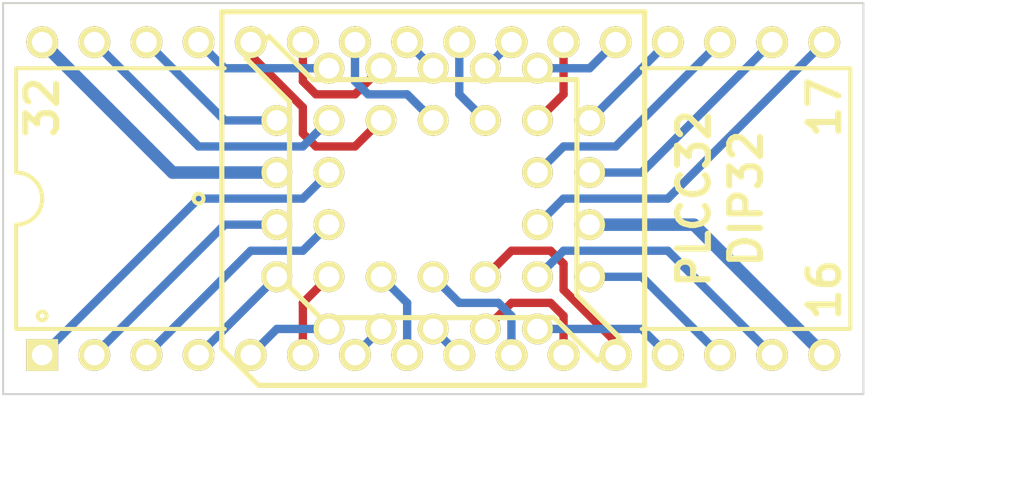
<source format=kicad_pcb>
(kicad_pcb (version 3) (host pcbnew "(2013-mar-13)-testing")

  (general
    (links 32)
    (no_connects 0)
    (area 126.555499 95.834999 181.355 122.080001)
    (thickness 1.6)
    (drawings 12)
    (tracks 81)
    (zones 0)
    (modules 2)
    (nets 33)
  )

  (page A4)
  (title_block
    (title "PLCC-32 to DIP-32 Adapter")
    (date "13 Jul 2013")
    (rev 1)
    (company "Released under the Creative Commons Attribution Share-Alike 3.0")
    (comment 1 "Schematic and PCB design by Dimitar Kovachev")
  )

  (layers
    (15 F.Cu signal)
    (0 B.Cu signal)
    (16 B.Adhes user)
    (17 F.Adhes user)
    (18 B.Paste user)
    (19 F.Paste user)
    (20 B.SilkS user)
    (21 F.SilkS user)
    (22 B.Mask user)
    (23 F.Mask user)
    (24 Dwgs.User user)
    (25 Cmts.User user)
    (26 Eco1.User user)
    (27 Eco2.User user)
    (28 Edge.Cuts user)
  )

  (setup
    (last_trace_width 0.4064)
    (trace_clearance 0.254)
    (zone_clearance 0.508)
    (zone_45_only no)
    (trace_min 0.254)
    (segment_width 0.2)
    (edge_width 0.1)
    (via_size 0.889)
    (via_drill 0.635)
    (via_min_size 0.889)
    (via_min_drill 0.508)
    (uvia_size 0.508)
    (uvia_drill 0.127)
    (uvias_allowed no)
    (uvia_min_size 0.508)
    (uvia_min_drill 0.127)
    (pcb_text_width 0.3)
    (pcb_text_size 1.5 1.5)
    (mod_edge_width 0.2)
    (mod_text_size 1.016 1.016)
    (mod_text_width 0.1524)
    (pad_size 1.5 1.5)
    (pad_drill 1)
    (pad_to_mask_clearance 0)
    (aux_axis_origin 0 0)
    (visible_elements FFFFFF7F)
    (pcbplotparams
      (layerselection 3178497)
      (usegerberextensions true)
      (excludeedgelayer true)
      (linewidth 0.150000)
      (plotframeref false)
      (viasonmask false)
      (mode 1)
      (useauxorigin false)
      (hpglpennumber 1)
      (hpglpenspeed 20)
      (hpglpendiameter 15)
      (hpglpenoverlay 2)
      (psnegative false)
      (psa4output false)
      (plotreference true)
      (plotvalue true)
      (plotothertext true)
      (plotinvisibletext false)
      (padsonsilk false)
      (subtractmaskfromsilk false)
      (outputformat 1)
      (mirror false)
      (drillshape 1)
      (scaleselection 1)
      (outputdirectory ""))
  )

  (net 0 "")
  (net 1 /A0)
  (net 2 /A1)
  (net 3 /A10)
  (net 4 /A11)
  (net 5 /A12)
  (net 6 /A13)
  (net 7 /A14)
  (net 8 /A15)
  (net 9 /A16)
  (net 10 /A17)
  (net 11 /A18)
  (net 12 /A19)
  (net 13 /A2)
  (net 14 /A3)
  (net 15 /A4)
  (net 16 /A5)
  (net 17 /A6)
  (net 18 /A7)
  (net 19 /A8)
  (net 20 /A9)
  (net 21 /CE)
  (net 22 /D0)
  (net 23 /D1)
  (net 24 /D2)
  (net 25 /D3)
  (net 26 /D4)
  (net 27 /D5)
  (net 28 /D6)
  (net 29 /D7)
  (net 30 /OE)
  (net 31 GND)
  (net 32 VCC)

  (net_class Default "This is the default net class."
    (clearance 0.254)
    (trace_width 0.4064)
    (via_dia 0.889)
    (via_drill 0.635)
    (uvia_dia 0.508)
    (uvia_drill 0.127)
    (add_net "")
    (add_net /A0)
    (add_net /A1)
    (add_net /A10)
    (add_net /A11)
    (add_net /A12)
    (add_net /A13)
    (add_net /A14)
    (add_net /A15)
    (add_net /A16)
    (add_net /A17)
    (add_net /A18)
    (add_net /A19)
    (add_net /A2)
    (add_net /A3)
    (add_net /A4)
    (add_net /A5)
    (add_net /A6)
    (add_net /A7)
    (add_net /A8)
    (add_net /A9)
    (add_net /CE)
    (add_net /D0)
    (add_net /D1)
    (add_net /D2)
    (add_net /D3)
    (add_net /D4)
    (add_net /D5)
    (add_net /D6)
    (add_net /D7)
    (add_net /OE)
  )

  (net_class Power ""
    (clearance 0.254)
    (trace_width 0.6096)
    (via_dia 0.889)
    (via_drill 0.635)
    (uvia_dia 0.508)
    (uvia_drill 0.127)
    (add_net GND)
    (add_net VCC)
  )

  (module DIP-32__600 (layer F.Cu) (tedit 51E1A70A) (tstamp 51E1A11D)
    (at 148.59 105.41)
    (descr "32 pins DIL package, round pads")
    (tags DIL)
    (path /51E19F39)
    (fp_text reference U1 (at -13.97 -3.81) (layer F.SilkS) hide
      (effects (font (size 1.778 1.778) (thickness 0.3048)))
    )
    (fp_text value 27C080 (at 8.89 3.81) (layer F.SilkS) hide
      (effects (font (size 1.778 1.778) (thickness 0.3048)))
    )
    (fp_line (start 20.32 6.35) (end 10.16 6.35) (layer F.SilkS) (width 0.2))
    (fp_line (start -20.32 6.35) (end -10.16 6.35) (layer F.SilkS) (width 0.2))
    (fp_circle (center -19.05 5.715) (end -19.05 5.5) (layer F.SilkS) (width 0.2))
    (fp_arc (start -20.32 0) (end -19.05 0) (angle 90) (layer F.SilkS) (width 0.2))
    (fp_arc (start -20.32 0) (end -20.32 -1.27) (angle 90) (layer F.SilkS) (width 0.2))
    (fp_line (start 20.32 -6.35) (end 10.16 -6.35) (layer F.SilkS) (width 0.2))
    (fp_line (start -20.32 -1.27) (end -20.32 -6.35) (layer F.SilkS) (width 0.2))
    (fp_line (start -20.32 -6.35) (end -10.16 -6.35) (layer F.SilkS) (width 0.2))
    (fp_line (start 20.32 -6.35) (end 20.32 6.35) (layer F.SilkS) (width 0.2))
    (fp_line (start -20.32 6.35) (end -20.32 1.27) (layer F.SilkS) (width 0.2))
    (pad 1 thru_hole rect (at -19.05 7.62) (size 1.55 1.55) (drill 1)
      (layers *.Cu *.Mask F.SilkS)
      (net 12 /A19)
    )
    (pad 2 thru_hole circle (at -16.51 7.62) (size 1.55 1.55) (drill 1)
      (layers *.Cu *.Mask F.SilkS)
      (net 9 /A16)
    )
    (pad 3 thru_hole circle (at -13.97 7.62) (size 1.55 1.55) (drill 1)
      (layers *.Cu *.Mask F.SilkS)
      (net 8 /A15)
    )
    (pad 4 thru_hole circle (at -11.43 7.62) (size 1.55 1.55) (drill 1)
      (layers *.Cu *.Mask F.SilkS)
      (net 5 /A12)
    )
    (pad 5 thru_hole circle (at -8.89 7.62) (size 1.55 1.55) (drill 1)
      (layers *.Cu *.Mask F.SilkS)
      (net 18 /A7)
    )
    (pad 6 thru_hole circle (at -6.35 7.62) (size 1.55 1.55) (drill 1)
      (layers *.Cu *.Mask F.SilkS)
      (net 17 /A6)
    )
    (pad 7 thru_hole circle (at -3.81 7.62) (size 1.55 1.55) (drill 1)
      (layers *.Cu *.Mask F.SilkS)
      (net 16 /A5)
    )
    (pad 8 thru_hole circle (at -1.27 7.62) (size 1.55 1.55) (drill 1)
      (layers *.Cu *.Mask F.SilkS)
      (net 15 /A4)
    )
    (pad 9 thru_hole circle (at 1.27 7.62) (size 1.55 1.55) (drill 1)
      (layers *.Cu *.Mask F.SilkS)
      (net 14 /A3)
    )
    (pad 10 thru_hole circle (at 3.81 7.62) (size 1.55 1.55) (drill 1)
      (layers *.Cu *.Mask F.SilkS)
      (net 13 /A2)
    )
    (pad 11 thru_hole circle (at 6.35 7.62) (size 1.55 1.55) (drill 1)
      (layers *.Cu *.Mask F.SilkS)
      (net 2 /A1)
    )
    (pad 12 thru_hole circle (at 8.89 7.62) (size 1.55 1.55) (drill 1)
      (layers *.Cu *.Mask F.SilkS)
      (net 1 /A0)
    )
    (pad 13 thru_hole circle (at 11.43 7.62) (size 1.55 1.55) (drill 1)
      (layers *.Cu *.Mask F.SilkS)
      (net 22 /D0)
    )
    (pad 14 thru_hole circle (at 13.97 7.62) (size 1.55 1.55) (drill 1)
      (layers *.Cu *.Mask F.SilkS)
      (net 23 /D1)
    )
    (pad 15 thru_hole circle (at 16.51 7.62) (size 1.55 1.55) (drill 1)
      (layers *.Cu *.Mask F.SilkS)
      (net 24 /D2)
    )
    (pad 16 thru_hole circle (at 19.05 7.62) (size 1.55 1.55) (drill 1)
      (layers *.Cu *.Mask F.SilkS)
      (net 31 GND)
    )
    (pad 17 thru_hole circle (at 19.05 -7.62) (size 1.55 1.55) (drill 1)
      (layers *.Cu *.Mask F.SilkS)
      (net 25 /D3)
    )
    (pad 18 thru_hole circle (at 16.51 -7.62) (size 1.55 1.55) (drill 1)
      (layers *.Cu *.Mask F.SilkS)
      (net 26 /D4)
    )
    (pad 19 thru_hole circle (at 13.97 -7.62) (size 1.55 1.55) (drill 1)
      (layers *.Cu *.Mask F.SilkS)
      (net 27 /D5)
    )
    (pad 20 thru_hole circle (at 11.43 -7.62) (size 1.55 1.55) (drill 1)
      (layers *.Cu *.Mask F.SilkS)
      (net 28 /D6)
    )
    (pad 21 thru_hole circle (at 8.89 -7.62) (size 1.55 1.55) (drill 1)
      (layers *.Cu *.Mask F.SilkS)
      (net 29 /D7)
    )
    (pad 22 thru_hole circle (at 6.35 -7.62) (size 1.55 1.55) (drill 1)
      (layers *.Cu *.Mask F.SilkS)
      (net 21 /CE)
    )
    (pad 23 thru_hole circle (at 3.81 -7.62) (size 1.55 1.55) (drill 1)
      (layers *.Cu *.Mask F.SilkS)
      (net 3 /A10)
    )
    (pad 24 thru_hole circle (at 1.27 -7.62) (size 1.55 1.55) (drill 1)
      (layers *.Cu *.Mask F.SilkS)
      (net 30 /OE)
    )
    (pad 25 thru_hole circle (at -1.27 -7.62) (size 1.55 1.55) (drill 1)
      (layers *.Cu *.Mask F.SilkS)
      (net 4 /A11)
    )
    (pad 26 thru_hole circle (at -3.81 -7.62) (size 1.55 1.55) (drill 1)
      (layers *.Cu *.Mask F.SilkS)
      (net 20 /A9)
    )
    (pad 27 thru_hole circle (at -6.35 -7.62) (size 1.55 1.55) (drill 1)
      (layers *.Cu *.Mask F.SilkS)
      (net 19 /A8)
    )
    (pad 28 thru_hole circle (at -8.89 -7.62) (size 1.55 1.55) (drill 1)
      (layers *.Cu *.Mask F.SilkS)
      (net 6 /A13)
    )
    (pad 29 thru_hole circle (at -11.43 -7.62) (size 1.55 1.55) (drill 1)
      (layers *.Cu *.Mask F.SilkS)
      (net 7 /A14)
    )
    (pad 30 thru_hole circle (at -13.97 -7.62) (size 1.55 1.55) (drill 1)
      (layers *.Cu *.Mask F.SilkS)
      (net 10 /A17)
    )
    (pad 31 thru_hole circle (at -16.51 -7.62) (size 1.55 1.55) (drill 1)
      (layers *.Cu *.Mask F.SilkS)
      (net 11 /A18)
    )
    (pad 32 thru_hole circle (at -19.05 -7.62) (size 1.55 1.55) (drill 1)
      (layers *.Cu *.Mask F.SilkS)
      (net 32 VCC)
    )
    (model walter/pin_strip/pin_strip_16.wrl
      (at (xyz 0 0.3 -0.05))
      (scale (xyz 1 1 1))
      (rotate (xyz 0 180 0))
    )
    (model walter/pin_strip/pin_strip_16.wrl
      (at (xyz 0 -0.3 -0.05))
      (scale (xyz 1 1 1))
      (rotate (xyz 0 180 0))
    )
  )

  (module plcc32_pth-skt (layer F.Cu) (tedit 51E1A640) (tstamp 51E1A151)
    (at 148.59 105.41 270)
    (path /51E19F5E)
    (fp_text reference U2 (at 0 -11.99896 270) (layer F.SilkS) hide
      (effects (font (thickness 0.3048)))
    )
    (fp_text value 27C080 (at 0 11.99896 270) (layer F.SilkS) hide
      (effects (font (thickness 0.3048)))
    )
    (fp_line (start -5.79882 -7.00024) (end -5.79882 5.90042) (layer F.SilkS) (width 0.254))
    (fp_line (start 5.79882 5.4991) (end 5.79882 -5.90042) (layer F.SilkS) (width 0.254))
    (fp_line (start -9.10082 10.2997) (end -9.10082 -10.2997) (layer F.SilkS) (width 0.254))
    (fp_line (start 9.10082 -10.2997) (end 9.10082 8.49884) (layer F.SilkS) (width 0.254))
    (fp_line (start -5.79882 -7.00024) (end 4.699 -7.00024) (layer F.SilkS) (width 0.254))
    (fp_line (start 4.30022 7.00024) (end -4.699 7.00024) (layer F.SilkS) (width 0.254))
    (fp_line (start 4.30022 6.9977) (end 5.79882 5.4991) (layer F.SilkS) (width 0.254))
    (fp_line (start 9.10082 -10.2997) (end -9.10082 -10.2997) (layer F.SilkS) (width 0.254))
    (fp_line (start -9.10082 10.2997) (end 7.29996 10.2997) (layer F.SilkS) (width 0.254))
    (fp_line (start 7.29996 10.30224) (end 9.10082 8.50138) (layer F.SilkS) (width 0.254))
    (fp_line (start 4.70154 -6.9977) (end 6.79958 -9.09574) (layer F.SilkS) (width 0.254))
    (fp_line (start 6.79958 -9.09574) (end 7.8994 -7.99592) (layer F.SilkS) (width 0.254))
    (fp_line (start 7.8994 -8.001) (end 5.80136 -5.90296) (layer F.SilkS) (width 0.254))
    (fp_line (start -5.80136 5.90042) (end -7.8994 7.99846) (layer F.SilkS) (width 0.254))
    (fp_line (start -7.8994 8.001) (end -6.79958 9.10082) (layer F.SilkS) (width 0.254))
    (fp_line (start -6.79958 9.09574) (end -4.70154 6.9977) (layer F.SilkS) (width 0.254))
    (pad 2 thru_hole circle (at 1.27 7.62 270) (size 1.5 1.5) (drill 1)
      (layers *.Cu *.Mask F.SilkS)
      (net 9 /A16)
    )
    (pad 1 thru_hole circle (at -1.27 5.08 270) (size 1.5 1.5) (drill 1)
      (layers *.Cu *.Mask F.SilkS)
      (net 12 /A19)
    )
    (pad 3 thru_hole circle (at 1.27 5.08 270) (size 1.5 1.5) (drill 1)
      (layers *.Cu *.Mask F.SilkS)
      (net 8 /A15)
    )
    (pad 4 thru_hole circle (at 3.81 7.62 270) (size 1.5 1.5) (drill 1)
      (layers *.Cu *.Mask F.SilkS)
      (net 5 /A12)
    )
    (pad 5 thru_hole circle (at 6.35 5.08 270) (size 1.5 1.5) (drill 1)
      (layers *.Cu *.Mask F.SilkS)
      (net 18 /A7)
    )
    (pad 6 thru_hole circle (at 3.81 5.08 270) (size 1.5 1.5) (drill 1)
      (layers *.Cu *.Mask F.SilkS)
      (net 17 /A6)
    )
    (pad 7 thru_hole circle (at 6.35 2.54 270) (size 1.5 1.5) (drill 1)
      (layers *.Cu *.Mask F.SilkS)
      (net 16 /A5)
    )
    (pad 8 thru_hole circle (at 3.81 2.54 270) (size 1.5 1.5) (drill 1)
      (layers *.Cu *.Mask F.SilkS)
      (net 15 /A4)
    )
    (pad 9 thru_hole circle (at 6.35 0 270) (size 1.5 1.5) (drill 1)
      (layers *.Cu *.Mask F.SilkS)
      (net 14 /A3)
    )
    (pad 10 thru_hole circle (at 3.81 0 270) (size 1.5 1.5) (drill 1)
      (layers *.Cu *.Mask F.SilkS)
      (net 13 /A2)
    )
    (pad 11 thru_hole circle (at 6.35 -2.54 270) (size 1.5 1.5) (drill 1)
      (layers *.Cu *.Mask F.SilkS)
      (net 2 /A1)
    )
    (pad 12 thru_hole circle (at 3.81 -2.54 270) (size 1.5 1.5) (drill 1)
      (layers *.Cu *.Mask F.SilkS)
      (net 1 /A0)
    )
    (pad 13 thru_hole circle (at 6.35 -5.08 270) (size 1.5 1.5) (drill 1)
      (layers *.Cu *.Mask F.SilkS)
      (net 22 /D0)
    )
    (pad 14 thru_hole circle (at 3.81 -7.62 270) (size 1.5 1.5) (drill 1)
      (layers *.Cu *.Mask F.SilkS)
      (net 23 /D1)
    )
    (pad 15 thru_hole circle (at 3.81 -5.08 270) (size 1.5 1.5) (drill 1)
      (layers *.Cu *.Mask F.SilkS)
      (net 24 /D2)
    )
    (pad 16 thru_hole circle (at 1.27 -7.62 270) (size 1.5 1.5) (drill 1)
      (layers *.Cu *.Mask F.SilkS)
      (net 31 GND)
    )
    (pad 17 thru_hole circle (at 1.27 -5.08 270) (size 1.5 1.5) (drill 1)
      (layers *.Cu *.Mask F.SilkS)
      (net 25 /D3)
    )
    (pad 18 thru_hole circle (at -1.27 -7.62 270) (size 1.5 1.5) (drill 1)
      (layers *.Cu *.Mask F.SilkS)
      (net 26 /D4)
    )
    (pad 19 thru_hole circle (at -1.27 -5.08 270) (size 1.5 1.5) (drill 1)
      (layers *.Cu *.Mask F.SilkS)
      (net 27 /D5)
    )
    (pad 20 thru_hole circle (at -3.81 -7.62 270) (size 1.5 1.5) (drill 1)
      (layers *.Cu *.Mask F.SilkS)
      (net 28 /D6)
    )
    (pad 21 thru_hole circle (at -6.35 -5.08 270) (size 1.5 1.5) (drill 1)
      (layers *.Cu *.Mask F.SilkS)
      (net 29 /D7)
    )
    (pad 22 thru_hole circle (at -3.81 -5.08 270) (size 1.5 1.5) (drill 1)
      (layers *.Cu *.Mask F.SilkS)
      (net 21 /CE)
    )
    (pad 23 thru_hole circle (at -6.35 -2.54 270) (size 1.5 1.5) (drill 1)
      (layers *.Cu *.Mask F.SilkS)
      (net 3 /A10)
    )
    (pad 24 thru_hole circle (at -3.81 -2.54 270) (size 1.5 1.5) (drill 1)
      (layers *.Cu *.Mask F.SilkS)
      (net 30 /OE)
    )
    (pad 25 thru_hole circle (at -6.35 0 270) (size 1.5 1.5) (drill 1)
      (layers *.Cu *.Mask F.SilkS)
      (net 4 /A11)
    )
    (pad 26 thru_hole circle (at -3.81 0 270) (size 1.5 1.5) (drill 1)
      (layers *.Cu *.Mask F.SilkS)
      (net 20 /A9)
    )
    (pad 27 thru_hole circle (at -6.35 2.54 270) (size 1.5 1.5) (drill 1)
      (layers *.Cu *.Mask F.SilkS)
      (net 19 /A8)
    )
    (pad 32 thru_hole circle (at -1.27 7.62 270) (size 1.5 1.5) (drill 1)
      (layers *.Cu *.Mask F.SilkS)
      (net 32 VCC)
    )
    (pad 28 thru_hole circle (at -3.81 2.54 270) (size 1.5 1.5) (drill 1)
      (layers *.Cu *.Mask F.SilkS)
      (net 6 /A13)
    )
    (pad 29 thru_hole circle (at -6.35 5.08 270) (size 1.5 1.5) (drill 1)
      (layers *.Cu *.Mask F.SilkS)
      (net 7 /A14)
    )
    (pad 30 thru_hole circle (at -3.81 7.62 270) (size 1.5 1.5) (drill 1)
      (layers *.Cu *.Mask F.SilkS)
      (net 10 /A17)
    )
    (pad 31 thru_hole circle (at -3.81 5.08 270) (size 1.5 1.5) (drill 1)
      (layers *.Cu *.Mask F.SilkS)
      (net 11 /A18)
    )
    (model walter/pth_plcc/plcc32_pth-skt.wrl
      (at (xyz 0 0 0))
      (scale (xyz 1 1 1))
      (rotate (xyz 0 0 0))
    )
  )

  (dimension 19.05 (width 0.3) (layer Dwgs.User)
    (gr_text "19.050 mm" (at 174.705 105.41 90) (layer Dwgs.User)
      (effects (font (size 1.5 1.5) (thickness 0.3)))
    )
    (feature1 (pts (xy 170.815 95.885) (xy 176.055 95.885)))
    (feature2 (pts (xy 170.815 114.935) (xy 176.055 114.935)))
    (crossbar (pts (xy 173.355 114.935) (xy 173.355 95.885)))
    (arrow1a (pts (xy 173.355 95.885) (xy 173.941421 97.011504)))
    (arrow1b (pts (xy 173.355 95.885) (xy 172.768579 97.011504)))
    (arrow2a (pts (xy 173.355 114.935) (xy 173.941421 113.808496)))
    (arrow2b (pts (xy 173.355 114.935) (xy 172.768579 113.808496)))
  )
  (dimension 41.91 (width 0.3) (layer Dwgs.User)
    (gr_text "41.910 mm" (at 148.59 120.73) (layer Dwgs.User)
      (effects (font (size 1.5 1.5) (thickness 0.3)))
    )
    (feature1 (pts (xy 169.545 116.205) (xy 169.545 122.08)))
    (feature2 (pts (xy 127.635 116.205) (xy 127.635 122.08)))
    (crossbar (pts (xy 127.635 119.38) (xy 169.545 119.38)))
    (arrow1a (pts (xy 169.545 119.38) (xy 168.418496 119.966421)))
    (arrow1b (pts (xy 169.545 119.38) (xy 168.418496 118.793579)))
    (arrow2a (pts (xy 127.635 119.38) (xy 128.761504 119.966421)))
    (arrow2b (pts (xy 127.635 119.38) (xy 128.761504 118.793579)))
  )
  (gr_text DIP32 (at 163.83 105.41 90) (layer F.SilkS)
    (effects (font (size 1.5 1.5) (thickness 0.3)))
  )
  (gr_text PLCC32 (at 161.29 105.41 90) (layer F.SilkS)
    (effects (font (size 1.5 1.5) (thickness 0.3)))
  )
  (gr_circle (center 137.16 105.41) (end 137.4 105.41) (layer F.SilkS) (width 0.2))
  (gr_text 32 (at 129.54 100.965 90) (layer F.SilkS)
    (effects (font (size 1.5 1.5) (thickness 0.3)))
  )
  (gr_text 17 (at 167.64 100.965 90) (layer F.SilkS)
    (effects (font (size 1.5 1.5) (thickness 0.3)))
  )
  (gr_text 16 (at 167.64 109.855 90) (layer F.SilkS)
    (effects (font (size 1.5 1.5) (thickness 0.3)))
  )
  (gr_line (start 127.635 95.885) (end 127.635 114.935) (angle 90) (layer Edge.Cuts) (width 0.1))
  (gr_line (start 169.545 95.885) (end 127.635 95.885) (angle 90) (layer Edge.Cuts) (width 0.1))
  (gr_line (start 169.545 114.935) (end 169.545 95.885) (angle 90) (layer Edge.Cuts) (width 0.1))
  (gr_line (start 127.635 114.935) (end 169.545 114.935) (angle 90) (layer Edge.Cuts) (width 0.1))

  (segment (start 151.13 109.22) (end 152.4 107.95) (width 0.4064) (layer F.Cu) (net 1))
  (segment (start 157.48 112.395) (end 157.48 113.03) (width 0.4064) (layer F.Cu) (net 1) (tstamp 51E1A3E2))
  (segment (start 154.94 109.855) (end 157.48 112.395) (width 0.4064) (layer F.Cu) (net 1) (tstamp 51E1A3E1))
  (segment (start 154.94 108.585) (end 154.94 109.855) (width 0.4064) (layer F.Cu) (net 1) (tstamp 51E1A3E0))
  (segment (start 154.305 107.95) (end 154.94 108.585) (width 0.4064) (layer F.Cu) (net 1) (tstamp 51E1A3DF))
  (segment (start 152.4 107.95) (end 154.305 107.95) (width 0.4064) (layer F.Cu) (net 1) (tstamp 51E1A3DE))
  (segment (start 154.94 111.125) (end 154.94 113.03) (width 0.4064) (layer F.Cu) (net 2) (tstamp 51D98AF8))
  (segment (start 154.305 110.49) (end 154.94 111.125) (width 0.4064) (layer F.Cu) (net 2) (tstamp 51D98AF7))
  (segment (start 152.4 110.49) (end 154.305 110.49) (width 0.4064) (layer F.Cu) (net 2) (tstamp 51D98AF6))
  (segment (start 151.13 111.76) (end 152.4 110.49) (width 0.4064) (layer F.Cu) (net 2))
  (segment (start 151.13 99.06) (end 152.4 97.79) (width 0.4064) (layer B.Cu) (net 3))
  (segment (start 148.59 99.06) (end 147.32 97.79) (width 0.4064) (layer B.Cu) (net 4))
  (segment (start 140.97 109.22) (end 137.16 113.03) (width 0.4064) (layer B.Cu) (net 5))
  (segment (start 146.05 101.6) (end 144.78 102.87) (width 0.4064) (layer F.Cu) (net 6))
  (segment (start 139.7 98.425) (end 139.7 97.79) (width 0.4064) (layer F.Cu) (net 6) (tstamp 51E1A405))
  (segment (start 142.24 100.965) (end 139.7 98.425) (width 0.4064) (layer F.Cu) (net 6) (tstamp 51E1A404))
  (segment (start 142.24 102.235) (end 142.24 100.965) (width 0.4064) (layer F.Cu) (net 6) (tstamp 51E1A403))
  (segment (start 142.875 102.87) (end 142.24 102.235) (width 0.4064) (layer F.Cu) (net 6) (tstamp 51E1A402))
  (segment (start 144.78 102.87) (end 142.875 102.87) (width 0.4064) (layer F.Cu) (net 6) (tstamp 51E1A401))
  (segment (start 137.16 97.79) (end 138.43 99.06) (width 0.4064) (layer B.Cu) (net 7))
  (segment (start 138.43 99.06) (end 143.51 99.06) (width 0.4064) (layer B.Cu) (net 7) (tstamp 51E1A3ED))
  (segment (start 134.62 113.03) (end 139.7 107.95) (width 0.4064) (layer B.Cu) (net 8))
  (segment (start 139.7 107.95) (end 142.24 107.95) (width 0.4064) (layer B.Cu) (net 8) (tstamp 51D98AEA))
  (segment (start 142.24 107.95) (end 143.51 106.68) (width 0.4064) (layer B.Cu) (net 8) (tstamp 51D98AEB))
  (segment (start 140.97 106.68) (end 138.43 106.68) (width 0.4064) (layer B.Cu) (net 9))
  (segment (start 138.43 106.68) (end 134.62 110.49) (width 0.4064) (layer B.Cu) (net 9) (tstamp 51E19712))
  (segment (start 134.62 110.49) (end 132.08 113.03) (width 0.4064) (layer B.Cu) (net 9) (tstamp 51E1B4F3))
  (segment (start 140.97 101.6) (end 138.43 101.6) (width 0.4064) (layer B.Cu) (net 10))
  (segment (start 138.43 101.6) (end 134.62 97.79) (width 0.4064) (layer B.Cu) (net 10) (tstamp 51E1A2DC))
  (segment (start 132.08 97.79) (end 137.16 102.87) (width 0.4064) (layer B.Cu) (net 11))
  (segment (start 137.16 102.87) (end 142.24 102.87) (width 0.4064) (layer B.Cu) (net 11) (tstamp 51E19722))
  (segment (start 142.24 102.87) (end 143.51 101.6) (width 0.4064) (layer B.Cu) (net 11) (tstamp 51E19724))
  (segment (start 143.51 104.14) (end 142.24 105.41) (width 0.4064) (layer B.Cu) (net 12))
  (segment (start 137.16 105.41) (end 129.54 113.03) (width 0.4064) (layer B.Cu) (net 12) (tstamp 51E1A3D6))
  (segment (start 142.24 105.41) (end 137.16 105.41) (width 0.4064) (layer B.Cu) (net 12) (tstamp 51E1A3D5))
  (segment (start 148.59 109.22) (end 149.86 110.49) (width 0.4064) (layer B.Cu) (net 13))
  (segment (start 152.4 111.125) (end 152.4 113.03) (width 0.4064) (layer B.Cu) (net 13) (tstamp 51D98AF3))
  (segment (start 151.765 110.49) (end 152.4 111.125) (width 0.4064) (layer B.Cu) (net 13) (tstamp 51D98AF2))
  (segment (start 149.86 110.49) (end 151.765 110.49) (width 0.4064) (layer B.Cu) (net 13) (tstamp 51D98AF1))
  (segment (start 148.59 111.76) (end 149.86 113.03) (width 0.4064) (layer B.Cu) (net 14))
  (segment (start 146.05 109.22) (end 147.32 110.49) (width 0.4064) (layer B.Cu) (net 15))
  (segment (start 147.32 110.49) (end 147.32 113.03) (width 0.4064) (layer B.Cu) (net 15) (tstamp 51D98ACE))
  (segment (start 144.78 113.03) (end 146.05 111.76) (width 0.4064) (layer B.Cu) (net 16))
  (segment (start 143.51 109.22) (end 142.24 110.49) (width 0.4064) (layer F.Cu) (net 17))
  (segment (start 142.24 110.49) (end 142.24 113.03) (width 0.4064) (layer F.Cu) (net 17) (tstamp 51D98ACA))
  (segment (start 140.97 111.76) (end 139.7 113.03) (width 0.4064) (layer B.Cu) (net 18) (tstamp 51D98AC6))
  (segment (start 143.51 111.76) (end 140.97 111.76) (width 0.4064) (layer B.Cu) (net 18))
  (segment (start 146.05 99.06) (end 144.78 100.33) (width 0.4064) (layer F.Cu) (net 19))
  (segment (start 142.24 99.695) (end 142.24 97.79) (width 0.4064) (layer F.Cu) (net 19) (tstamp 51E1A3FE))
  (segment (start 142.875 100.33) (end 142.24 99.695) (width 0.4064) (layer F.Cu) (net 19) (tstamp 51E1A3FD))
  (segment (start 144.78 100.33) (end 142.875 100.33) (width 0.4064) (layer F.Cu) (net 19) (tstamp 51E1A3FC))
  (segment (start 144.78 97.79) (end 144.78 99.695) (width 0.4064) (layer B.Cu) (net 20))
  (segment (start 147.32 100.33) (end 148.59 101.6) (width 0.4064) (layer B.Cu) (net 20) (tstamp 51E1A3F9))
  (segment (start 145.415 100.33) (end 147.32 100.33) (width 0.4064) (layer B.Cu) (net 20) (tstamp 51E1A3F8))
  (segment (start 144.78 99.695) (end 145.415 100.33) (width 0.4064) (layer B.Cu) (net 20) (tstamp 51E1A3F7))
  (segment (start 154.94 97.79) (end 154.94 100.33) (width 0.4064) (layer F.Cu) (net 21))
  (segment (start 154.94 100.33) (end 153.67 101.6) (width 0.4064) (layer F.Cu) (net 21) (tstamp 51D98C9E))
  (segment (start 153.67 111.76) (end 158.75 111.76) (width 0.4064) (layer B.Cu) (net 22))
  (segment (start 158.75 111.76) (end 160.02 113.03) (width 0.4064) (layer B.Cu) (net 22) (tstamp 51E1A3D2))
  (segment (start 156.21 109.22) (end 158.75 109.22) (width 0.4064) (layer B.Cu) (net 23))
  (segment (start 158.75 109.22) (end 162.56 113.03) (width 0.4064) (layer B.Cu) (net 23) (tstamp 51E1A3CD))
  (segment (start 153.67 109.22) (end 154.94 107.95) (width 0.4064) (layer B.Cu) (net 24))
  (segment (start 160.02 107.95) (end 165.1 113.03) (width 0.4064) (layer B.Cu) (net 24) (tstamp 51E1A3CA))
  (segment (start 154.94 107.95) (end 160.02 107.95) (width 0.4064) (layer B.Cu) (net 24) (tstamp 51E1A3C9))
  (segment (start 153.67 106.68) (end 154.94 105.41) (width 0.4064) (layer B.Cu) (net 25))
  (segment (start 160.02 105.41) (end 167.64 97.79) (width 0.4064) (layer B.Cu) (net 25) (tstamp 51E1A3BF))
  (segment (start 154.94 105.41) (end 160.02 105.41) (width 0.4064) (layer B.Cu) (net 25) (tstamp 51E1A3BE))
  (segment (start 156.21 104.14) (end 158.75 104.14) (width 0.4064) (layer B.Cu) (net 26))
  (segment (start 158.75 104.14) (end 165.1 97.79) (width 0.4064) (layer B.Cu) (net 26) (tstamp 51D98C8F))
  (segment (start 153.67 104.14) (end 154.94 102.87) (width 0.4064) (layer B.Cu) (net 27))
  (segment (start 154.94 102.87) (end 157.48 102.87) (width 0.4064) (layer B.Cu) (net 27) (tstamp 51D98C93))
  (segment (start 157.48 102.87) (end 162.56 97.79) (width 0.4064) (layer B.Cu) (net 27) (tstamp 51D98C94))
  (segment (start 156.21 101.6) (end 160.02 97.79) (width 0.4064) (layer B.Cu) (net 28))
  (segment (start 153.67 99.06) (end 156.21 99.06) (width 0.4064) (layer B.Cu) (net 29))
  (segment (start 156.21 99.06) (end 157.48 97.79) (width 0.4064) (layer B.Cu) (net 29) (tstamp 51D98C9A))
  (segment (start 149.86 100.33) (end 151.13 101.6) (width 0.4064) (layer B.Cu) (net 30) (tstamp 51D98CA6))
  (segment (start 149.86 97.79) (end 149.86 100.33) (width 0.4064) (layer B.Cu) (net 30))
  (segment (start 156.21 106.68) (end 161.29 106.68) (width 0.6096) (layer B.Cu) (net 31))
  (segment (start 161.29 106.68) (end 167.64 113.03) (width 0.6096) (layer B.Cu) (net 31) (tstamp 51E1A2E5))
  (segment (start 140.97 104.14) (end 135.89 104.14) (width 0.6096) (layer B.Cu) (net 32))
  (segment (start 135.89 104.14) (end 129.54 97.79) (width 0.6096) (layer B.Cu) (net 32) (tstamp 51E1A2CF))

)

</source>
